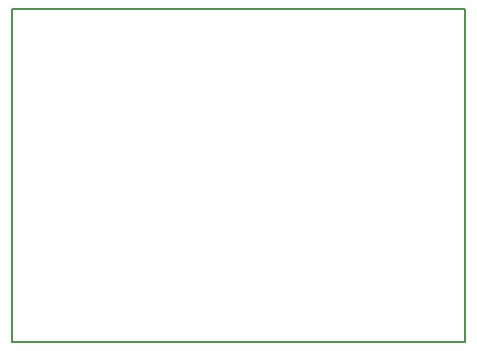
<source format=gbr>
%FSLAX46Y46*%
G04 Gerber Fmt 4.6, Leading zero omitted, Abs format (unit mm)*
G04 Created by KiCad (PCBNEW (2014-09-18 BZR 5141)-product) date So 20. září 2014, 01:51:59 CEST*
%MOMM*%
G01*
G04 APERTURE LIST*
%ADD10C,0.100000*%
%ADD11C,0.150000*%
G04 APERTURE END LIST*
D10*
D11*
X122047000Y-94107000D02*
X160401000Y-94107000D01*
X122047000Y-122301000D02*
X122047000Y-94107000D01*
X160401000Y-122301000D02*
X122047000Y-122301000D01*
X160401000Y-94234000D02*
X160401000Y-122301000D01*
M02*

</source>
